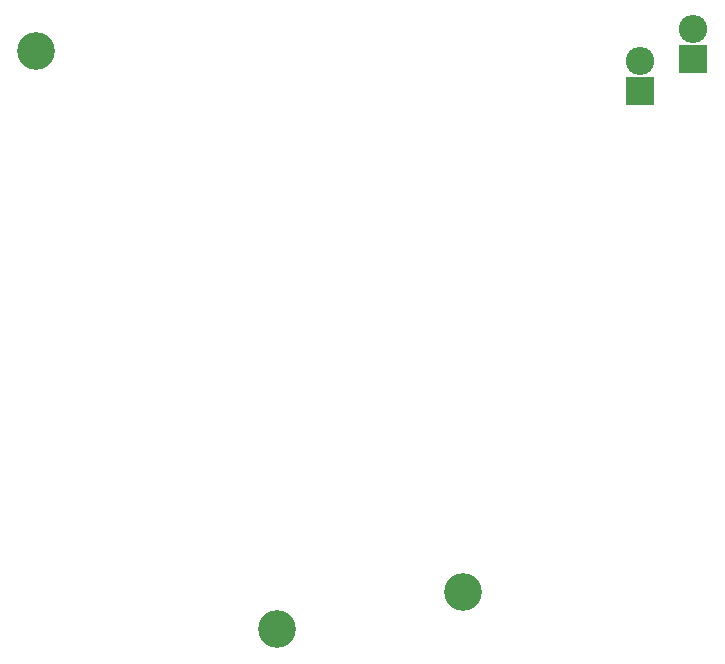
<source format=gbr>
G04 #@! TF.GenerationSoftware,KiCad,Pcbnew,no-vcs-found*
G04 #@! TF.CreationDate,2018-07-23T22:53:43+02:00*
G04 #@! TF.ProjectId,mycelium_pcb_sensor,6D7963656C69756D5F7063625F73656E,rev?*
G04 #@! TF.SameCoordinates,Original
G04 #@! TF.FileFunction,Soldermask,Bot*
G04 #@! TF.FilePolarity,Negative*
%FSLAX46Y46*%
G04 Gerber Fmt 4.6, Leading zero omitted, Abs format (unit mm)*
G04 Created by KiCad (PCBNEW no-vcs-found) date Mon Jul 23 22:53:43 2018*
%MOMM*%
%LPD*%
G01*
G04 APERTURE LIST*
%ADD10O,2.400000X2.400000*%
%ADD11R,2.400000X2.400000*%
%ADD12C,3.200000*%
G04 APERTURE END LIST*
D10*
X87210900Y-45999400D03*
D11*
X87210900Y-48539400D03*
X82677000Y-51206400D03*
D10*
X82677000Y-48666400D03*
D12*
X31559500Y-47802800D03*
X51917600Y-96786700D03*
X67729100Y-93599000D03*
M02*

</source>
